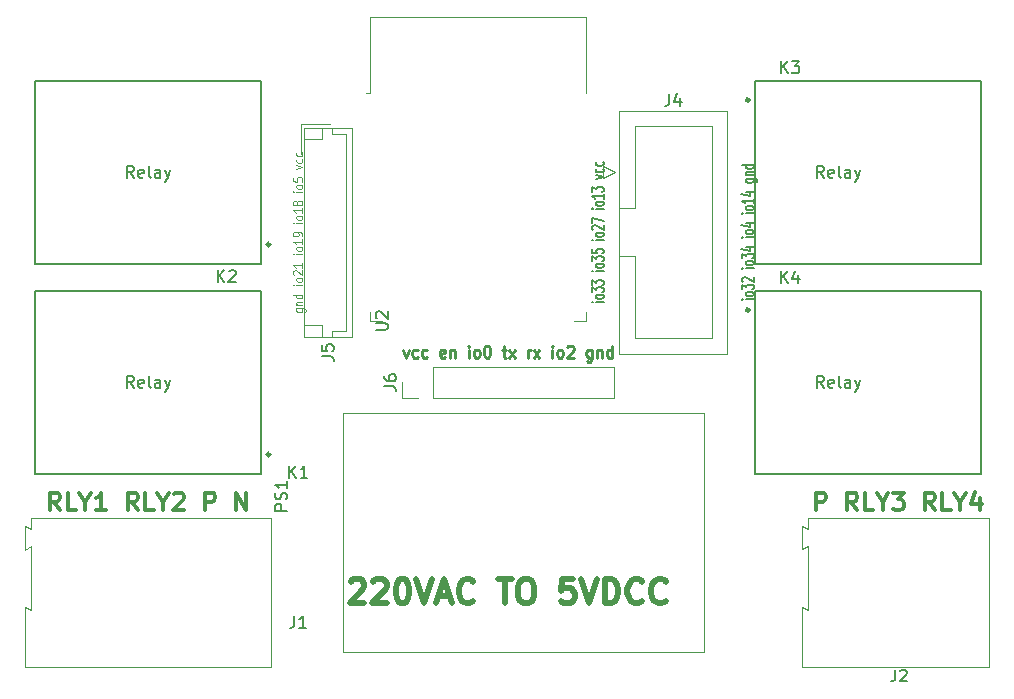
<source format=gbr>
%TF.GenerationSoftware,KiCad,Pcbnew,(6.0.4)*%
%TF.CreationDate,2022-04-18T16:03:53+05:30*%
%TF.ProjectId,esp32 switch,65737033-3220-4737-9769-7463682e6b69,rev?*%
%TF.SameCoordinates,Original*%
%TF.FileFunction,Legend,Top*%
%TF.FilePolarity,Positive*%
%FSLAX46Y46*%
G04 Gerber Fmt 4.6, Leading zero omitted, Abs format (unit mm)*
G04 Created by KiCad (PCBNEW (6.0.4)) date 2022-04-18 16:03:53*
%MOMM*%
%LPD*%
G01*
G04 APERTURE LIST*
%ADD10C,0.150000*%
%ADD11C,0.375000*%
%ADD12C,0.500000*%
%ADD13C,0.125000*%
%ADD14C,0.237500*%
%ADD15C,0.120000*%
%ADD16C,0.127000*%
%ADD17C,0.300000*%
G04 APERTURE END LIST*
D10*
X158805714Y-63952380D02*
X158472380Y-63476190D01*
X158234285Y-63952380D02*
X158234285Y-62952380D01*
X158615238Y-62952380D01*
X158710476Y-63000000D01*
X158758095Y-63047619D01*
X158805714Y-63142857D01*
X158805714Y-63285714D01*
X158758095Y-63380952D01*
X158710476Y-63428571D01*
X158615238Y-63476190D01*
X158234285Y-63476190D01*
X159615238Y-63904761D02*
X159520000Y-63952380D01*
X159329523Y-63952380D01*
X159234285Y-63904761D01*
X159186666Y-63809523D01*
X159186666Y-63428571D01*
X159234285Y-63333333D01*
X159329523Y-63285714D01*
X159520000Y-63285714D01*
X159615238Y-63333333D01*
X159662857Y-63428571D01*
X159662857Y-63523809D01*
X159186666Y-63619047D01*
X160234285Y-63952380D02*
X160139047Y-63904761D01*
X160091428Y-63809523D01*
X160091428Y-62952380D01*
X161043809Y-63952380D02*
X161043809Y-63428571D01*
X160996190Y-63333333D01*
X160900952Y-63285714D01*
X160710476Y-63285714D01*
X160615238Y-63333333D01*
X161043809Y-63904761D02*
X160948571Y-63952380D01*
X160710476Y-63952380D01*
X160615238Y-63904761D01*
X160567619Y-63809523D01*
X160567619Y-63714285D01*
X160615238Y-63619047D01*
X160710476Y-63571428D01*
X160948571Y-63571428D01*
X161043809Y-63523809D01*
X161424761Y-63285714D02*
X161662857Y-63952380D01*
X161900952Y-63285714D02*
X161662857Y-63952380D01*
X161567619Y-64190476D01*
X161520000Y-64238095D01*
X161424761Y-64285714D01*
X100385714Y-81732380D02*
X100052380Y-81256190D01*
X99814285Y-81732380D02*
X99814285Y-80732380D01*
X100195238Y-80732380D01*
X100290476Y-80780000D01*
X100338095Y-80827619D01*
X100385714Y-80922857D01*
X100385714Y-81065714D01*
X100338095Y-81160952D01*
X100290476Y-81208571D01*
X100195238Y-81256190D01*
X99814285Y-81256190D01*
X101195238Y-81684761D02*
X101100000Y-81732380D01*
X100909523Y-81732380D01*
X100814285Y-81684761D01*
X100766666Y-81589523D01*
X100766666Y-81208571D01*
X100814285Y-81113333D01*
X100909523Y-81065714D01*
X101100000Y-81065714D01*
X101195238Y-81113333D01*
X101242857Y-81208571D01*
X101242857Y-81303809D01*
X100766666Y-81399047D01*
X101814285Y-81732380D02*
X101719047Y-81684761D01*
X101671428Y-81589523D01*
X101671428Y-80732380D01*
X102623809Y-81732380D02*
X102623809Y-81208571D01*
X102576190Y-81113333D01*
X102480952Y-81065714D01*
X102290476Y-81065714D01*
X102195238Y-81113333D01*
X102623809Y-81684761D02*
X102528571Y-81732380D01*
X102290476Y-81732380D01*
X102195238Y-81684761D01*
X102147619Y-81589523D01*
X102147619Y-81494285D01*
X102195238Y-81399047D01*
X102290476Y-81351428D01*
X102528571Y-81351428D01*
X102623809Y-81303809D01*
X103004761Y-81065714D02*
X103242857Y-81732380D01*
X103480952Y-81065714D02*
X103242857Y-81732380D01*
X103147619Y-81970476D01*
X103100000Y-82018095D01*
X103004761Y-82065714D01*
X158805714Y-81732380D02*
X158472380Y-81256190D01*
X158234285Y-81732380D02*
X158234285Y-80732380D01*
X158615238Y-80732380D01*
X158710476Y-80780000D01*
X158758095Y-80827619D01*
X158805714Y-80922857D01*
X158805714Y-81065714D01*
X158758095Y-81160952D01*
X158710476Y-81208571D01*
X158615238Y-81256190D01*
X158234285Y-81256190D01*
X159615238Y-81684761D02*
X159520000Y-81732380D01*
X159329523Y-81732380D01*
X159234285Y-81684761D01*
X159186666Y-81589523D01*
X159186666Y-81208571D01*
X159234285Y-81113333D01*
X159329523Y-81065714D01*
X159520000Y-81065714D01*
X159615238Y-81113333D01*
X159662857Y-81208571D01*
X159662857Y-81303809D01*
X159186666Y-81399047D01*
X160234285Y-81732380D02*
X160139047Y-81684761D01*
X160091428Y-81589523D01*
X160091428Y-80732380D01*
X161043809Y-81732380D02*
X161043809Y-81208571D01*
X160996190Y-81113333D01*
X160900952Y-81065714D01*
X160710476Y-81065714D01*
X160615238Y-81113333D01*
X161043809Y-81684761D02*
X160948571Y-81732380D01*
X160710476Y-81732380D01*
X160615238Y-81684761D01*
X160567619Y-81589523D01*
X160567619Y-81494285D01*
X160615238Y-81399047D01*
X160710476Y-81351428D01*
X160948571Y-81351428D01*
X161043809Y-81303809D01*
X161424761Y-81065714D02*
X161662857Y-81732380D01*
X161900952Y-81065714D02*
X161662857Y-81732380D01*
X161567619Y-81970476D01*
X161520000Y-82018095D01*
X161424761Y-82065714D01*
D11*
X158135714Y-92118571D02*
X158135714Y-90618571D01*
X158707142Y-90618571D01*
X158850000Y-90690000D01*
X158921428Y-90761428D01*
X158992857Y-90904285D01*
X158992857Y-91118571D01*
X158921428Y-91261428D01*
X158850000Y-91332857D01*
X158707142Y-91404285D01*
X158135714Y-91404285D01*
X161635714Y-92118571D02*
X161135714Y-91404285D01*
X160778571Y-92118571D02*
X160778571Y-90618571D01*
X161350000Y-90618571D01*
X161492857Y-90690000D01*
X161564285Y-90761428D01*
X161635714Y-90904285D01*
X161635714Y-91118571D01*
X161564285Y-91261428D01*
X161492857Y-91332857D01*
X161350000Y-91404285D01*
X160778571Y-91404285D01*
X162992857Y-92118571D02*
X162278571Y-92118571D01*
X162278571Y-90618571D01*
X163778571Y-91404285D02*
X163778571Y-92118571D01*
X163278571Y-90618571D02*
X163778571Y-91404285D01*
X164278571Y-90618571D01*
X164635714Y-90618571D02*
X165564285Y-90618571D01*
X165064285Y-91190000D01*
X165278571Y-91190000D01*
X165421428Y-91261428D01*
X165492857Y-91332857D01*
X165564285Y-91475714D01*
X165564285Y-91832857D01*
X165492857Y-91975714D01*
X165421428Y-92047142D01*
X165278571Y-92118571D01*
X164850000Y-92118571D01*
X164707142Y-92047142D01*
X164635714Y-91975714D01*
X168207142Y-92118571D02*
X167707142Y-91404285D01*
X167350000Y-92118571D02*
X167350000Y-90618571D01*
X167921428Y-90618571D01*
X168064285Y-90690000D01*
X168135714Y-90761428D01*
X168207142Y-90904285D01*
X168207142Y-91118571D01*
X168135714Y-91261428D01*
X168064285Y-91332857D01*
X167921428Y-91404285D01*
X167350000Y-91404285D01*
X169564285Y-92118571D02*
X168850000Y-92118571D01*
X168850000Y-90618571D01*
X170350000Y-91404285D02*
X170350000Y-92118571D01*
X169850000Y-90618571D02*
X170350000Y-91404285D01*
X170850000Y-90618571D01*
X171992857Y-91118571D02*
X171992857Y-92118571D01*
X171635714Y-90547142D02*
X171278571Y-91618571D01*
X172207142Y-91618571D01*
D10*
X100385714Y-63952380D02*
X100052380Y-63476190D01*
X99814285Y-63952380D02*
X99814285Y-62952380D01*
X100195238Y-62952380D01*
X100290476Y-63000000D01*
X100338095Y-63047619D01*
X100385714Y-63142857D01*
X100385714Y-63285714D01*
X100338095Y-63380952D01*
X100290476Y-63428571D01*
X100195238Y-63476190D01*
X99814285Y-63476190D01*
X101195238Y-63904761D02*
X101100000Y-63952380D01*
X100909523Y-63952380D01*
X100814285Y-63904761D01*
X100766666Y-63809523D01*
X100766666Y-63428571D01*
X100814285Y-63333333D01*
X100909523Y-63285714D01*
X101100000Y-63285714D01*
X101195238Y-63333333D01*
X101242857Y-63428571D01*
X101242857Y-63523809D01*
X100766666Y-63619047D01*
X101814285Y-63952380D02*
X101719047Y-63904761D01*
X101671428Y-63809523D01*
X101671428Y-62952380D01*
X102623809Y-63952380D02*
X102623809Y-63428571D01*
X102576190Y-63333333D01*
X102480952Y-63285714D01*
X102290476Y-63285714D01*
X102195238Y-63333333D01*
X102623809Y-63904761D02*
X102528571Y-63952380D01*
X102290476Y-63952380D01*
X102195238Y-63904761D01*
X102147619Y-63809523D01*
X102147619Y-63714285D01*
X102195238Y-63619047D01*
X102290476Y-63571428D01*
X102528571Y-63571428D01*
X102623809Y-63523809D01*
X103004761Y-63285714D02*
X103242857Y-63952380D01*
X103480952Y-63285714D02*
X103242857Y-63952380D01*
X103147619Y-64190476D01*
X103100000Y-64238095D01*
X103004761Y-64285714D01*
D12*
X118746666Y-98155238D02*
X118841904Y-98060000D01*
X119032380Y-97964761D01*
X119508571Y-97964761D01*
X119699047Y-98060000D01*
X119794285Y-98155238D01*
X119889523Y-98345714D01*
X119889523Y-98536190D01*
X119794285Y-98821904D01*
X118651428Y-99964761D01*
X119889523Y-99964761D01*
X120651428Y-98155238D02*
X120746666Y-98060000D01*
X120937142Y-97964761D01*
X121413333Y-97964761D01*
X121603809Y-98060000D01*
X121699047Y-98155238D01*
X121794285Y-98345714D01*
X121794285Y-98536190D01*
X121699047Y-98821904D01*
X120556190Y-99964761D01*
X121794285Y-99964761D01*
X123032380Y-97964761D02*
X123222857Y-97964761D01*
X123413333Y-98060000D01*
X123508571Y-98155238D01*
X123603809Y-98345714D01*
X123699047Y-98726666D01*
X123699047Y-99202857D01*
X123603809Y-99583809D01*
X123508571Y-99774285D01*
X123413333Y-99869523D01*
X123222857Y-99964761D01*
X123032380Y-99964761D01*
X122841904Y-99869523D01*
X122746666Y-99774285D01*
X122651428Y-99583809D01*
X122556190Y-99202857D01*
X122556190Y-98726666D01*
X122651428Y-98345714D01*
X122746666Y-98155238D01*
X122841904Y-98060000D01*
X123032380Y-97964761D01*
X124270476Y-97964761D02*
X124937142Y-99964761D01*
X125603809Y-97964761D01*
X126175238Y-99393333D02*
X127127619Y-99393333D01*
X125984761Y-99964761D02*
X126651428Y-97964761D01*
X127318095Y-99964761D01*
X129127619Y-99774285D02*
X129032380Y-99869523D01*
X128746666Y-99964761D01*
X128556190Y-99964761D01*
X128270476Y-99869523D01*
X128080000Y-99679047D01*
X127984761Y-99488571D01*
X127889523Y-99107619D01*
X127889523Y-98821904D01*
X127984761Y-98440952D01*
X128080000Y-98250476D01*
X128270476Y-98060000D01*
X128556190Y-97964761D01*
X128746666Y-97964761D01*
X129032380Y-98060000D01*
X129127619Y-98155238D01*
X131222857Y-97964761D02*
X132365714Y-97964761D01*
X131794285Y-99964761D02*
X131794285Y-97964761D01*
X133413333Y-97964761D02*
X133794285Y-97964761D01*
X133984761Y-98060000D01*
X134175238Y-98250476D01*
X134270476Y-98631428D01*
X134270476Y-99298095D01*
X134175238Y-99679047D01*
X133984761Y-99869523D01*
X133794285Y-99964761D01*
X133413333Y-99964761D01*
X133222857Y-99869523D01*
X133032380Y-99679047D01*
X132937142Y-99298095D01*
X132937142Y-98631428D01*
X133032380Y-98250476D01*
X133222857Y-98060000D01*
X133413333Y-97964761D01*
X137603809Y-97964761D02*
X136651428Y-97964761D01*
X136556190Y-98917142D01*
X136651428Y-98821904D01*
X136841904Y-98726666D01*
X137318095Y-98726666D01*
X137508571Y-98821904D01*
X137603809Y-98917142D01*
X137699047Y-99107619D01*
X137699047Y-99583809D01*
X137603809Y-99774285D01*
X137508571Y-99869523D01*
X137318095Y-99964761D01*
X136841904Y-99964761D01*
X136651428Y-99869523D01*
X136556190Y-99774285D01*
X138270476Y-97964761D02*
X138937142Y-99964761D01*
X139603809Y-97964761D01*
X140270476Y-99964761D02*
X140270476Y-97964761D01*
X140746666Y-97964761D01*
X141032380Y-98060000D01*
X141222857Y-98250476D01*
X141318095Y-98440952D01*
X141413333Y-98821904D01*
X141413333Y-99107619D01*
X141318095Y-99488571D01*
X141222857Y-99679047D01*
X141032380Y-99869523D01*
X140746666Y-99964761D01*
X140270476Y-99964761D01*
X143413333Y-99774285D02*
X143318095Y-99869523D01*
X143032380Y-99964761D01*
X142841904Y-99964761D01*
X142556190Y-99869523D01*
X142365714Y-99679047D01*
X142270476Y-99488571D01*
X142175238Y-99107619D01*
X142175238Y-98821904D01*
X142270476Y-98440952D01*
X142365714Y-98250476D01*
X142556190Y-98060000D01*
X142841904Y-97964761D01*
X143032380Y-97964761D01*
X143318095Y-98060000D01*
X143413333Y-98155238D01*
X145413333Y-99774285D02*
X145318095Y-99869523D01*
X145032380Y-99964761D01*
X144841904Y-99964761D01*
X144556190Y-99869523D01*
X144365714Y-99679047D01*
X144270476Y-99488571D01*
X144175238Y-99107619D01*
X144175238Y-98821904D01*
X144270476Y-98440952D01*
X144365714Y-98250476D01*
X144556190Y-98060000D01*
X144841904Y-97964761D01*
X145032380Y-97964761D01*
X145318095Y-98060000D01*
X145413333Y-98155238D01*
D10*
X140152380Y-74491904D02*
X139485714Y-74491904D01*
X139152380Y-74491904D02*
X139200000Y-74522857D01*
X139247619Y-74491904D01*
X139200000Y-74460952D01*
X139152380Y-74491904D01*
X139247619Y-74491904D01*
X140152380Y-74089523D02*
X140104761Y-74151428D01*
X140057142Y-74182380D01*
X139961904Y-74213333D01*
X139676190Y-74213333D01*
X139580952Y-74182380D01*
X139533333Y-74151428D01*
X139485714Y-74089523D01*
X139485714Y-73996666D01*
X139533333Y-73934761D01*
X139580952Y-73903809D01*
X139676190Y-73872857D01*
X139961904Y-73872857D01*
X140057142Y-73903809D01*
X140104761Y-73934761D01*
X140152380Y-73996666D01*
X140152380Y-74089523D01*
X139152380Y-73656190D02*
X139152380Y-73253809D01*
X139533333Y-73470476D01*
X139533333Y-73377619D01*
X139580952Y-73315714D01*
X139628571Y-73284761D01*
X139723809Y-73253809D01*
X139961904Y-73253809D01*
X140057142Y-73284761D01*
X140104761Y-73315714D01*
X140152380Y-73377619D01*
X140152380Y-73563333D01*
X140104761Y-73625238D01*
X140057142Y-73656190D01*
X139152380Y-73037142D02*
X139152380Y-72634761D01*
X139533333Y-72851428D01*
X139533333Y-72758571D01*
X139580952Y-72696666D01*
X139628571Y-72665714D01*
X139723809Y-72634761D01*
X139961904Y-72634761D01*
X140057142Y-72665714D01*
X140104761Y-72696666D01*
X140152380Y-72758571D01*
X140152380Y-72944285D01*
X140104761Y-73006190D01*
X140057142Y-73037142D01*
X140152380Y-71860952D02*
X139485714Y-71860952D01*
X139152380Y-71860952D02*
X139200000Y-71891904D01*
X139247619Y-71860952D01*
X139200000Y-71830000D01*
X139152380Y-71860952D01*
X139247619Y-71860952D01*
X140152380Y-71458571D02*
X140104761Y-71520476D01*
X140057142Y-71551428D01*
X139961904Y-71582380D01*
X139676190Y-71582380D01*
X139580952Y-71551428D01*
X139533333Y-71520476D01*
X139485714Y-71458571D01*
X139485714Y-71365714D01*
X139533333Y-71303809D01*
X139580952Y-71272857D01*
X139676190Y-71241904D01*
X139961904Y-71241904D01*
X140057142Y-71272857D01*
X140104761Y-71303809D01*
X140152380Y-71365714D01*
X140152380Y-71458571D01*
X139152380Y-71025238D02*
X139152380Y-70622857D01*
X139533333Y-70839523D01*
X139533333Y-70746666D01*
X139580952Y-70684761D01*
X139628571Y-70653809D01*
X139723809Y-70622857D01*
X139961904Y-70622857D01*
X140057142Y-70653809D01*
X140104761Y-70684761D01*
X140152380Y-70746666D01*
X140152380Y-70932380D01*
X140104761Y-70994285D01*
X140057142Y-71025238D01*
X139152380Y-70034761D02*
X139152380Y-70344285D01*
X139628571Y-70375238D01*
X139580952Y-70344285D01*
X139533333Y-70282380D01*
X139533333Y-70127619D01*
X139580952Y-70065714D01*
X139628571Y-70034761D01*
X139723809Y-70003809D01*
X139961904Y-70003809D01*
X140057142Y-70034761D01*
X140104761Y-70065714D01*
X140152380Y-70127619D01*
X140152380Y-70282380D01*
X140104761Y-70344285D01*
X140057142Y-70375238D01*
X140152380Y-69230000D02*
X139485714Y-69230000D01*
X139152380Y-69230000D02*
X139200000Y-69260952D01*
X139247619Y-69230000D01*
X139200000Y-69199047D01*
X139152380Y-69230000D01*
X139247619Y-69230000D01*
X140152380Y-68827619D02*
X140104761Y-68889523D01*
X140057142Y-68920476D01*
X139961904Y-68951428D01*
X139676190Y-68951428D01*
X139580952Y-68920476D01*
X139533333Y-68889523D01*
X139485714Y-68827619D01*
X139485714Y-68734761D01*
X139533333Y-68672857D01*
X139580952Y-68641904D01*
X139676190Y-68610952D01*
X139961904Y-68610952D01*
X140057142Y-68641904D01*
X140104761Y-68672857D01*
X140152380Y-68734761D01*
X140152380Y-68827619D01*
X139247619Y-68363333D02*
X139200000Y-68332380D01*
X139152380Y-68270476D01*
X139152380Y-68115714D01*
X139200000Y-68053809D01*
X139247619Y-68022857D01*
X139342857Y-67991904D01*
X139438095Y-67991904D01*
X139580952Y-68022857D01*
X140152380Y-68394285D01*
X140152380Y-67991904D01*
X139152380Y-67775238D02*
X139152380Y-67341904D01*
X140152380Y-67620476D01*
X140152380Y-66599047D02*
X139485714Y-66599047D01*
X139152380Y-66599047D02*
X139200000Y-66630000D01*
X139247619Y-66599047D01*
X139200000Y-66568095D01*
X139152380Y-66599047D01*
X139247619Y-66599047D01*
X140152380Y-66196666D02*
X140104761Y-66258571D01*
X140057142Y-66289523D01*
X139961904Y-66320476D01*
X139676190Y-66320476D01*
X139580952Y-66289523D01*
X139533333Y-66258571D01*
X139485714Y-66196666D01*
X139485714Y-66103809D01*
X139533333Y-66041904D01*
X139580952Y-66010952D01*
X139676190Y-65980000D01*
X139961904Y-65980000D01*
X140057142Y-66010952D01*
X140104761Y-66041904D01*
X140152380Y-66103809D01*
X140152380Y-66196666D01*
X140152380Y-65360952D02*
X140152380Y-65732380D01*
X140152380Y-65546666D02*
X139152380Y-65546666D01*
X139295238Y-65608571D01*
X139390476Y-65670476D01*
X139438095Y-65732380D01*
X139152380Y-65144285D02*
X139152380Y-64741904D01*
X139533333Y-64958571D01*
X139533333Y-64865714D01*
X139580952Y-64803809D01*
X139628571Y-64772857D01*
X139723809Y-64741904D01*
X139961904Y-64741904D01*
X140057142Y-64772857D01*
X140104761Y-64803809D01*
X140152380Y-64865714D01*
X140152380Y-65051428D01*
X140104761Y-65113333D01*
X140057142Y-65144285D01*
X139485714Y-64030000D02*
X140152380Y-63875238D01*
X139485714Y-63720476D01*
X140104761Y-63194285D02*
X140152380Y-63256190D01*
X140152380Y-63380000D01*
X140104761Y-63441904D01*
X140057142Y-63472857D01*
X139961904Y-63503809D01*
X139676190Y-63503809D01*
X139580952Y-63472857D01*
X139533333Y-63441904D01*
X139485714Y-63380000D01*
X139485714Y-63256190D01*
X139533333Y-63194285D01*
X140104761Y-62637142D02*
X140152380Y-62699047D01*
X140152380Y-62822857D01*
X140104761Y-62884761D01*
X140057142Y-62915714D01*
X139961904Y-62946666D01*
X139676190Y-62946666D01*
X139580952Y-62915714D01*
X139533333Y-62884761D01*
X139485714Y-62822857D01*
X139485714Y-62699047D01*
X139533333Y-62637142D01*
X152852380Y-74259761D02*
X152185714Y-74259761D01*
X151852380Y-74259761D02*
X151900000Y-74290714D01*
X151947619Y-74259761D01*
X151900000Y-74228809D01*
X151852380Y-74259761D01*
X151947619Y-74259761D01*
X152852380Y-73857380D02*
X152804761Y-73919285D01*
X152757142Y-73950238D01*
X152661904Y-73981190D01*
X152376190Y-73981190D01*
X152280952Y-73950238D01*
X152233333Y-73919285D01*
X152185714Y-73857380D01*
X152185714Y-73764523D01*
X152233333Y-73702619D01*
X152280952Y-73671666D01*
X152376190Y-73640714D01*
X152661904Y-73640714D01*
X152757142Y-73671666D01*
X152804761Y-73702619D01*
X152852380Y-73764523D01*
X152852380Y-73857380D01*
X151852380Y-73424047D02*
X151852380Y-73021666D01*
X152233333Y-73238333D01*
X152233333Y-73145476D01*
X152280952Y-73083571D01*
X152328571Y-73052619D01*
X152423809Y-73021666D01*
X152661904Y-73021666D01*
X152757142Y-73052619D01*
X152804761Y-73083571D01*
X152852380Y-73145476D01*
X152852380Y-73331190D01*
X152804761Y-73393095D01*
X152757142Y-73424047D01*
X151947619Y-72774047D02*
X151900000Y-72743095D01*
X151852380Y-72681190D01*
X151852380Y-72526428D01*
X151900000Y-72464523D01*
X151947619Y-72433571D01*
X152042857Y-72402619D01*
X152138095Y-72402619D01*
X152280952Y-72433571D01*
X152852380Y-72805000D01*
X152852380Y-72402619D01*
X152852380Y-71628809D02*
X152185714Y-71628809D01*
X151852380Y-71628809D02*
X151900000Y-71659761D01*
X151947619Y-71628809D01*
X151900000Y-71597857D01*
X151852380Y-71628809D01*
X151947619Y-71628809D01*
X152852380Y-71226428D02*
X152804761Y-71288333D01*
X152757142Y-71319285D01*
X152661904Y-71350238D01*
X152376190Y-71350238D01*
X152280952Y-71319285D01*
X152233333Y-71288333D01*
X152185714Y-71226428D01*
X152185714Y-71133571D01*
X152233333Y-71071666D01*
X152280952Y-71040714D01*
X152376190Y-71009761D01*
X152661904Y-71009761D01*
X152757142Y-71040714D01*
X152804761Y-71071666D01*
X152852380Y-71133571D01*
X152852380Y-71226428D01*
X151852380Y-70793095D02*
X151852380Y-70390714D01*
X152233333Y-70607380D01*
X152233333Y-70514523D01*
X152280952Y-70452619D01*
X152328571Y-70421666D01*
X152423809Y-70390714D01*
X152661904Y-70390714D01*
X152757142Y-70421666D01*
X152804761Y-70452619D01*
X152852380Y-70514523D01*
X152852380Y-70700238D01*
X152804761Y-70762142D01*
X152757142Y-70793095D01*
X152185714Y-69833571D02*
X152852380Y-69833571D01*
X151804761Y-69988333D02*
X152519047Y-70143095D01*
X152519047Y-69740714D01*
X152852380Y-68997857D02*
X152185714Y-68997857D01*
X151852380Y-68997857D02*
X151900000Y-69028809D01*
X151947619Y-68997857D01*
X151900000Y-68966904D01*
X151852380Y-68997857D01*
X151947619Y-68997857D01*
X152852380Y-68595476D02*
X152804761Y-68657380D01*
X152757142Y-68688333D01*
X152661904Y-68719285D01*
X152376190Y-68719285D01*
X152280952Y-68688333D01*
X152233333Y-68657380D01*
X152185714Y-68595476D01*
X152185714Y-68502619D01*
X152233333Y-68440714D01*
X152280952Y-68409761D01*
X152376190Y-68378809D01*
X152661904Y-68378809D01*
X152757142Y-68409761D01*
X152804761Y-68440714D01*
X152852380Y-68502619D01*
X152852380Y-68595476D01*
X152185714Y-67821666D02*
X152852380Y-67821666D01*
X151804761Y-67976428D02*
X152519047Y-68131190D01*
X152519047Y-67728809D01*
X152852380Y-66985952D02*
X152185714Y-66985952D01*
X151852380Y-66985952D02*
X151900000Y-67016904D01*
X151947619Y-66985952D01*
X151900000Y-66955000D01*
X151852380Y-66985952D01*
X151947619Y-66985952D01*
X152852380Y-66583571D02*
X152804761Y-66645476D01*
X152757142Y-66676428D01*
X152661904Y-66707380D01*
X152376190Y-66707380D01*
X152280952Y-66676428D01*
X152233333Y-66645476D01*
X152185714Y-66583571D01*
X152185714Y-66490714D01*
X152233333Y-66428809D01*
X152280952Y-66397857D01*
X152376190Y-66366904D01*
X152661904Y-66366904D01*
X152757142Y-66397857D01*
X152804761Y-66428809D01*
X152852380Y-66490714D01*
X152852380Y-66583571D01*
X152852380Y-65747857D02*
X152852380Y-66119285D01*
X152852380Y-65933571D02*
X151852380Y-65933571D01*
X151995238Y-65995476D01*
X152090476Y-66057380D01*
X152138095Y-66119285D01*
X152185714Y-65190714D02*
X152852380Y-65190714D01*
X151804761Y-65345476D02*
X152519047Y-65500238D01*
X152519047Y-65097857D01*
X152185714Y-64076428D02*
X152995238Y-64076428D01*
X153090476Y-64107380D01*
X153138095Y-64138333D01*
X153185714Y-64200238D01*
X153185714Y-64293095D01*
X153138095Y-64355000D01*
X152804761Y-64076428D02*
X152852380Y-64138333D01*
X152852380Y-64262142D01*
X152804761Y-64324047D01*
X152757142Y-64355000D01*
X152661904Y-64385952D01*
X152376190Y-64385952D01*
X152280952Y-64355000D01*
X152233333Y-64324047D01*
X152185714Y-64262142D01*
X152185714Y-64138333D01*
X152233333Y-64076428D01*
X152185714Y-63766904D02*
X152852380Y-63766904D01*
X152280952Y-63766904D02*
X152233333Y-63735952D01*
X152185714Y-63674047D01*
X152185714Y-63581190D01*
X152233333Y-63519285D01*
X152328571Y-63488333D01*
X152852380Y-63488333D01*
X152852380Y-62900238D02*
X151852380Y-62900238D01*
X152804761Y-62900238D02*
X152852380Y-62962142D01*
X152852380Y-63085952D01*
X152804761Y-63147857D01*
X152757142Y-63178809D01*
X152661904Y-63209761D01*
X152376190Y-63209761D01*
X152280952Y-63178809D01*
X152233333Y-63147857D01*
X152185714Y-63085952D01*
X152185714Y-62962142D01*
X152233333Y-62900238D01*
D13*
X114128571Y-75033571D02*
X114776190Y-75033571D01*
X114852380Y-75064523D01*
X114890476Y-75095476D01*
X114928571Y-75157380D01*
X114928571Y-75250238D01*
X114890476Y-75312142D01*
X114623809Y-75033571D02*
X114661904Y-75095476D01*
X114661904Y-75219285D01*
X114623809Y-75281190D01*
X114585714Y-75312142D01*
X114509523Y-75343095D01*
X114280952Y-75343095D01*
X114204761Y-75312142D01*
X114166666Y-75281190D01*
X114128571Y-75219285D01*
X114128571Y-75095476D01*
X114166666Y-75033571D01*
X114128571Y-74724047D02*
X114661904Y-74724047D01*
X114204761Y-74724047D02*
X114166666Y-74693095D01*
X114128571Y-74631190D01*
X114128571Y-74538333D01*
X114166666Y-74476428D01*
X114242857Y-74445476D01*
X114661904Y-74445476D01*
X114661904Y-73857380D02*
X113861904Y-73857380D01*
X114623809Y-73857380D02*
X114661904Y-73919285D01*
X114661904Y-74043095D01*
X114623809Y-74105000D01*
X114585714Y-74135952D01*
X114509523Y-74166904D01*
X114280952Y-74166904D01*
X114204761Y-74135952D01*
X114166666Y-74105000D01*
X114128571Y-74043095D01*
X114128571Y-73919285D01*
X114166666Y-73857380D01*
X114661904Y-73052619D02*
X114128571Y-73052619D01*
X113861904Y-73052619D02*
X113900000Y-73083571D01*
X113938095Y-73052619D01*
X113900000Y-73021666D01*
X113861904Y-73052619D01*
X113938095Y-73052619D01*
X114661904Y-72650238D02*
X114623809Y-72712142D01*
X114585714Y-72743095D01*
X114509523Y-72774047D01*
X114280952Y-72774047D01*
X114204761Y-72743095D01*
X114166666Y-72712142D01*
X114128571Y-72650238D01*
X114128571Y-72557380D01*
X114166666Y-72495476D01*
X114204761Y-72464523D01*
X114280952Y-72433571D01*
X114509523Y-72433571D01*
X114585714Y-72464523D01*
X114623809Y-72495476D01*
X114661904Y-72557380D01*
X114661904Y-72650238D01*
X113938095Y-72185952D02*
X113900000Y-72155000D01*
X113861904Y-72093095D01*
X113861904Y-71938333D01*
X113900000Y-71876428D01*
X113938095Y-71845476D01*
X114014285Y-71814523D01*
X114090476Y-71814523D01*
X114204761Y-71845476D01*
X114661904Y-72216904D01*
X114661904Y-71814523D01*
X114661904Y-71195476D02*
X114661904Y-71566904D01*
X114661904Y-71381190D02*
X113861904Y-71381190D01*
X113976190Y-71443095D01*
X114052380Y-71505000D01*
X114090476Y-71566904D01*
X114661904Y-70421666D02*
X114128571Y-70421666D01*
X113861904Y-70421666D02*
X113900000Y-70452619D01*
X113938095Y-70421666D01*
X113900000Y-70390714D01*
X113861904Y-70421666D01*
X113938095Y-70421666D01*
X114661904Y-70019285D02*
X114623809Y-70081190D01*
X114585714Y-70112142D01*
X114509523Y-70143095D01*
X114280952Y-70143095D01*
X114204761Y-70112142D01*
X114166666Y-70081190D01*
X114128571Y-70019285D01*
X114128571Y-69926428D01*
X114166666Y-69864523D01*
X114204761Y-69833571D01*
X114280952Y-69802619D01*
X114509523Y-69802619D01*
X114585714Y-69833571D01*
X114623809Y-69864523D01*
X114661904Y-69926428D01*
X114661904Y-70019285D01*
X114661904Y-69183571D02*
X114661904Y-69555000D01*
X114661904Y-69369285D02*
X113861904Y-69369285D01*
X113976190Y-69431190D01*
X114052380Y-69493095D01*
X114090476Y-69555000D01*
X114661904Y-68874047D02*
X114661904Y-68750238D01*
X114623809Y-68688333D01*
X114585714Y-68657380D01*
X114471428Y-68595476D01*
X114319047Y-68564523D01*
X114014285Y-68564523D01*
X113938095Y-68595476D01*
X113900000Y-68626428D01*
X113861904Y-68688333D01*
X113861904Y-68812142D01*
X113900000Y-68874047D01*
X113938095Y-68905000D01*
X114014285Y-68935952D01*
X114204761Y-68935952D01*
X114280952Y-68905000D01*
X114319047Y-68874047D01*
X114357142Y-68812142D01*
X114357142Y-68688333D01*
X114319047Y-68626428D01*
X114280952Y-68595476D01*
X114204761Y-68564523D01*
X114661904Y-67790714D02*
X114128571Y-67790714D01*
X113861904Y-67790714D02*
X113900000Y-67821666D01*
X113938095Y-67790714D01*
X113900000Y-67759761D01*
X113861904Y-67790714D01*
X113938095Y-67790714D01*
X114661904Y-67388333D02*
X114623809Y-67450238D01*
X114585714Y-67481190D01*
X114509523Y-67512142D01*
X114280952Y-67512142D01*
X114204761Y-67481190D01*
X114166666Y-67450238D01*
X114128571Y-67388333D01*
X114128571Y-67295476D01*
X114166666Y-67233571D01*
X114204761Y-67202619D01*
X114280952Y-67171666D01*
X114509523Y-67171666D01*
X114585714Y-67202619D01*
X114623809Y-67233571D01*
X114661904Y-67295476D01*
X114661904Y-67388333D01*
X114661904Y-66552619D02*
X114661904Y-66924047D01*
X114661904Y-66738333D02*
X113861904Y-66738333D01*
X113976190Y-66800238D01*
X114052380Y-66862142D01*
X114090476Y-66924047D01*
X114204761Y-66181190D02*
X114166666Y-66243095D01*
X114128571Y-66274047D01*
X114052380Y-66305000D01*
X114014285Y-66305000D01*
X113938095Y-66274047D01*
X113900000Y-66243095D01*
X113861904Y-66181190D01*
X113861904Y-66057380D01*
X113900000Y-65995476D01*
X113938095Y-65964523D01*
X114014285Y-65933571D01*
X114052380Y-65933571D01*
X114128571Y-65964523D01*
X114166666Y-65995476D01*
X114204761Y-66057380D01*
X114204761Y-66181190D01*
X114242857Y-66243095D01*
X114280952Y-66274047D01*
X114357142Y-66305000D01*
X114509523Y-66305000D01*
X114585714Y-66274047D01*
X114623809Y-66243095D01*
X114661904Y-66181190D01*
X114661904Y-66057380D01*
X114623809Y-65995476D01*
X114585714Y-65964523D01*
X114509523Y-65933571D01*
X114357142Y-65933571D01*
X114280952Y-65964523D01*
X114242857Y-65995476D01*
X114204761Y-66057380D01*
X114661904Y-65159761D02*
X114128571Y-65159761D01*
X113861904Y-65159761D02*
X113900000Y-65190714D01*
X113938095Y-65159761D01*
X113900000Y-65128809D01*
X113861904Y-65159761D01*
X113938095Y-65159761D01*
X114661904Y-64757380D02*
X114623809Y-64819285D01*
X114585714Y-64850238D01*
X114509523Y-64881190D01*
X114280952Y-64881190D01*
X114204761Y-64850238D01*
X114166666Y-64819285D01*
X114128571Y-64757380D01*
X114128571Y-64664523D01*
X114166666Y-64602619D01*
X114204761Y-64571666D01*
X114280952Y-64540714D01*
X114509523Y-64540714D01*
X114585714Y-64571666D01*
X114623809Y-64602619D01*
X114661904Y-64664523D01*
X114661904Y-64757380D01*
X113861904Y-63952619D02*
X113861904Y-64262142D01*
X114242857Y-64293095D01*
X114204761Y-64262142D01*
X114166666Y-64200238D01*
X114166666Y-64045476D01*
X114204761Y-63983571D01*
X114242857Y-63952619D01*
X114319047Y-63921666D01*
X114509523Y-63921666D01*
X114585714Y-63952619D01*
X114623809Y-63983571D01*
X114661904Y-64045476D01*
X114661904Y-64200238D01*
X114623809Y-64262142D01*
X114585714Y-64293095D01*
X114128571Y-63209761D02*
X114661904Y-63055000D01*
X114128571Y-62900238D01*
X114623809Y-62374047D02*
X114661904Y-62435952D01*
X114661904Y-62559761D01*
X114623809Y-62621666D01*
X114585714Y-62652619D01*
X114509523Y-62683571D01*
X114280952Y-62683571D01*
X114204761Y-62652619D01*
X114166666Y-62621666D01*
X114128571Y-62559761D01*
X114128571Y-62435952D01*
X114166666Y-62374047D01*
X114623809Y-61816904D02*
X114661904Y-61878809D01*
X114661904Y-62002619D01*
X114623809Y-62064523D01*
X114585714Y-62095476D01*
X114509523Y-62126428D01*
X114280952Y-62126428D01*
X114204761Y-62095476D01*
X114166666Y-62064523D01*
X114128571Y-62002619D01*
X114128571Y-61878809D01*
X114166666Y-61816904D01*
D14*
X123190714Y-78525714D02*
X123416904Y-79192380D01*
X123643095Y-78525714D01*
X124412142Y-79144761D02*
X124321666Y-79192380D01*
X124140714Y-79192380D01*
X124050238Y-79144761D01*
X124005000Y-79097142D01*
X123959761Y-79001904D01*
X123959761Y-78716190D01*
X124005000Y-78620952D01*
X124050238Y-78573333D01*
X124140714Y-78525714D01*
X124321666Y-78525714D01*
X124412142Y-78573333D01*
X125226428Y-79144761D02*
X125135952Y-79192380D01*
X124955000Y-79192380D01*
X124864523Y-79144761D01*
X124819285Y-79097142D01*
X124774047Y-79001904D01*
X124774047Y-78716190D01*
X124819285Y-78620952D01*
X124864523Y-78573333D01*
X124955000Y-78525714D01*
X125135952Y-78525714D01*
X125226428Y-78573333D01*
X126719285Y-79144761D02*
X126628809Y-79192380D01*
X126447857Y-79192380D01*
X126357380Y-79144761D01*
X126312142Y-79049523D01*
X126312142Y-78668571D01*
X126357380Y-78573333D01*
X126447857Y-78525714D01*
X126628809Y-78525714D01*
X126719285Y-78573333D01*
X126764523Y-78668571D01*
X126764523Y-78763809D01*
X126312142Y-78859047D01*
X127171666Y-78525714D02*
X127171666Y-79192380D01*
X127171666Y-78620952D02*
X127216904Y-78573333D01*
X127307380Y-78525714D01*
X127443095Y-78525714D01*
X127533571Y-78573333D01*
X127578809Y-78668571D01*
X127578809Y-79192380D01*
X128755000Y-79192380D02*
X128755000Y-78525714D01*
X128755000Y-78192380D02*
X128709761Y-78240000D01*
X128755000Y-78287619D01*
X128800238Y-78240000D01*
X128755000Y-78192380D01*
X128755000Y-78287619D01*
X129343095Y-79192380D02*
X129252619Y-79144761D01*
X129207380Y-79097142D01*
X129162142Y-79001904D01*
X129162142Y-78716190D01*
X129207380Y-78620952D01*
X129252619Y-78573333D01*
X129343095Y-78525714D01*
X129478809Y-78525714D01*
X129569285Y-78573333D01*
X129614523Y-78620952D01*
X129659761Y-78716190D01*
X129659761Y-79001904D01*
X129614523Y-79097142D01*
X129569285Y-79144761D01*
X129478809Y-79192380D01*
X129343095Y-79192380D01*
X130247857Y-78192380D02*
X130338333Y-78192380D01*
X130428809Y-78240000D01*
X130474047Y-78287619D01*
X130519285Y-78382857D01*
X130564523Y-78573333D01*
X130564523Y-78811428D01*
X130519285Y-79001904D01*
X130474047Y-79097142D01*
X130428809Y-79144761D01*
X130338333Y-79192380D01*
X130247857Y-79192380D01*
X130157380Y-79144761D01*
X130112142Y-79097142D01*
X130066904Y-79001904D01*
X130021666Y-78811428D01*
X130021666Y-78573333D01*
X130066904Y-78382857D01*
X130112142Y-78287619D01*
X130157380Y-78240000D01*
X130247857Y-78192380D01*
X131559761Y-78525714D02*
X131921666Y-78525714D01*
X131695476Y-78192380D02*
X131695476Y-79049523D01*
X131740714Y-79144761D01*
X131831190Y-79192380D01*
X131921666Y-79192380D01*
X132147857Y-79192380D02*
X132645476Y-78525714D01*
X132147857Y-78525714D02*
X132645476Y-79192380D01*
X133731190Y-79192380D02*
X133731190Y-78525714D01*
X133731190Y-78716190D02*
X133776428Y-78620952D01*
X133821666Y-78573333D01*
X133912142Y-78525714D01*
X134002619Y-78525714D01*
X134228809Y-79192380D02*
X134726428Y-78525714D01*
X134228809Y-78525714D02*
X134726428Y-79192380D01*
X135812142Y-79192380D02*
X135812142Y-78525714D01*
X135812142Y-78192380D02*
X135766904Y-78240000D01*
X135812142Y-78287619D01*
X135857380Y-78240000D01*
X135812142Y-78192380D01*
X135812142Y-78287619D01*
X136400238Y-79192380D02*
X136309761Y-79144761D01*
X136264523Y-79097142D01*
X136219285Y-79001904D01*
X136219285Y-78716190D01*
X136264523Y-78620952D01*
X136309761Y-78573333D01*
X136400238Y-78525714D01*
X136535952Y-78525714D01*
X136626428Y-78573333D01*
X136671666Y-78620952D01*
X136716904Y-78716190D01*
X136716904Y-79001904D01*
X136671666Y-79097142D01*
X136626428Y-79144761D01*
X136535952Y-79192380D01*
X136400238Y-79192380D01*
X137078809Y-78287619D02*
X137124047Y-78240000D01*
X137214523Y-78192380D01*
X137440714Y-78192380D01*
X137531190Y-78240000D01*
X137576428Y-78287619D01*
X137621666Y-78382857D01*
X137621666Y-78478095D01*
X137576428Y-78620952D01*
X137033571Y-79192380D01*
X137621666Y-79192380D01*
X139159761Y-78525714D02*
X139159761Y-79335238D01*
X139114523Y-79430476D01*
X139069285Y-79478095D01*
X138978809Y-79525714D01*
X138843095Y-79525714D01*
X138752619Y-79478095D01*
X139159761Y-79144761D02*
X139069285Y-79192380D01*
X138888333Y-79192380D01*
X138797857Y-79144761D01*
X138752619Y-79097142D01*
X138707380Y-79001904D01*
X138707380Y-78716190D01*
X138752619Y-78620952D01*
X138797857Y-78573333D01*
X138888333Y-78525714D01*
X139069285Y-78525714D01*
X139159761Y-78573333D01*
X139612142Y-78525714D02*
X139612142Y-79192380D01*
X139612142Y-78620952D02*
X139657380Y-78573333D01*
X139747857Y-78525714D01*
X139883571Y-78525714D01*
X139974047Y-78573333D01*
X140019285Y-78668571D01*
X140019285Y-79192380D01*
X140878809Y-79192380D02*
X140878809Y-78192380D01*
X140878809Y-79144761D02*
X140788333Y-79192380D01*
X140607380Y-79192380D01*
X140516904Y-79144761D01*
X140471666Y-79097142D01*
X140426428Y-79001904D01*
X140426428Y-78716190D01*
X140471666Y-78620952D01*
X140516904Y-78573333D01*
X140607380Y-78525714D01*
X140788333Y-78525714D01*
X140878809Y-78573333D01*
D11*
X94135714Y-92118571D02*
X93635714Y-91404285D01*
X93278571Y-92118571D02*
X93278571Y-90618571D01*
X93850000Y-90618571D01*
X93992857Y-90690000D01*
X94064285Y-90761428D01*
X94135714Y-90904285D01*
X94135714Y-91118571D01*
X94064285Y-91261428D01*
X93992857Y-91332857D01*
X93850000Y-91404285D01*
X93278571Y-91404285D01*
X95492857Y-92118571D02*
X94778571Y-92118571D01*
X94778571Y-90618571D01*
X96278571Y-91404285D02*
X96278571Y-92118571D01*
X95778571Y-90618571D02*
X96278571Y-91404285D01*
X96778571Y-90618571D01*
X98064285Y-92118571D02*
X97207142Y-92118571D01*
X97635714Y-92118571D02*
X97635714Y-90618571D01*
X97492857Y-90832857D01*
X97350000Y-90975714D01*
X97207142Y-91047142D01*
X100707142Y-92118571D02*
X100207142Y-91404285D01*
X99850000Y-92118571D02*
X99850000Y-90618571D01*
X100421428Y-90618571D01*
X100564285Y-90690000D01*
X100635714Y-90761428D01*
X100707142Y-90904285D01*
X100707142Y-91118571D01*
X100635714Y-91261428D01*
X100564285Y-91332857D01*
X100421428Y-91404285D01*
X99850000Y-91404285D01*
X102064285Y-92118571D02*
X101350000Y-92118571D01*
X101350000Y-90618571D01*
X102850000Y-91404285D02*
X102850000Y-92118571D01*
X102350000Y-90618571D02*
X102850000Y-91404285D01*
X103350000Y-90618571D01*
X103778571Y-90761428D02*
X103850000Y-90690000D01*
X103992857Y-90618571D01*
X104350000Y-90618571D01*
X104492857Y-90690000D01*
X104564285Y-90761428D01*
X104635714Y-90904285D01*
X104635714Y-91047142D01*
X104564285Y-91261428D01*
X103707142Y-92118571D01*
X104635714Y-92118571D01*
X106421428Y-92118571D02*
X106421428Y-90618571D01*
X106992857Y-90618571D01*
X107135714Y-90690000D01*
X107207142Y-90761428D01*
X107278571Y-90904285D01*
X107278571Y-91118571D01*
X107207142Y-91261428D01*
X107135714Y-91332857D01*
X106992857Y-91404285D01*
X106421428Y-91404285D01*
X109064285Y-92118571D02*
X109064285Y-90618571D01*
X109921428Y-92118571D01*
X109921428Y-90618571D01*
D10*
%TO.C,PS1*%
X113352380Y-92144285D02*
X112352380Y-92144285D01*
X112352380Y-91763333D01*
X112400000Y-91668095D01*
X112447619Y-91620476D01*
X112542857Y-91572857D01*
X112685714Y-91572857D01*
X112780952Y-91620476D01*
X112828571Y-91668095D01*
X112876190Y-91763333D01*
X112876190Y-92144285D01*
X113304761Y-91191904D02*
X113352380Y-91049047D01*
X113352380Y-90810952D01*
X113304761Y-90715714D01*
X113257142Y-90668095D01*
X113161904Y-90620476D01*
X113066666Y-90620476D01*
X112971428Y-90668095D01*
X112923809Y-90715714D01*
X112876190Y-90810952D01*
X112828571Y-91001428D01*
X112780952Y-91096666D01*
X112733333Y-91144285D01*
X112638095Y-91191904D01*
X112542857Y-91191904D01*
X112447619Y-91144285D01*
X112400000Y-91096666D01*
X112352380Y-91001428D01*
X112352380Y-90763333D01*
X112400000Y-90620476D01*
X113352380Y-89668095D02*
X113352380Y-90239523D01*
X113352380Y-89953809D02*
X112352380Y-89953809D01*
X112495238Y-90049047D01*
X112590476Y-90144285D01*
X112638095Y-90239523D01*
%TO.C,J6*%
X121582380Y-81613333D02*
X122296666Y-81613333D01*
X122439523Y-81660952D01*
X122534761Y-81756190D01*
X122582380Y-81899047D01*
X122582380Y-81994285D01*
X121582380Y-80708571D02*
X121582380Y-80899047D01*
X121630000Y-80994285D01*
X121677619Y-81041904D01*
X121820476Y-81137142D01*
X122010952Y-81184761D01*
X122391904Y-81184761D01*
X122487142Y-81137142D01*
X122534761Y-81089523D01*
X122582380Y-80994285D01*
X122582380Y-80803809D01*
X122534761Y-80708571D01*
X122487142Y-80660952D01*
X122391904Y-80613333D01*
X122153809Y-80613333D01*
X122058571Y-80660952D01*
X122010952Y-80708571D01*
X121963333Y-80803809D01*
X121963333Y-80994285D01*
X122010952Y-81089523D01*
X122058571Y-81137142D01*
X122153809Y-81184761D01*
%TO.C,U2*%
X120872380Y-76851904D02*
X121681904Y-76851904D01*
X121777142Y-76804285D01*
X121824761Y-76756666D01*
X121872380Y-76661428D01*
X121872380Y-76470952D01*
X121824761Y-76375714D01*
X121777142Y-76328095D01*
X121681904Y-76280476D01*
X120872380Y-76280476D01*
X120967619Y-75851904D02*
X120920000Y-75804285D01*
X120872380Y-75709047D01*
X120872380Y-75470952D01*
X120920000Y-75375714D01*
X120967619Y-75328095D01*
X121062857Y-75280476D01*
X121158095Y-75280476D01*
X121300952Y-75328095D01*
X121872380Y-75899523D01*
X121872380Y-75280476D01*
%TO.C,J1*%
X113966666Y-101052380D02*
X113966666Y-101766666D01*
X113919047Y-101909523D01*
X113823809Y-102004761D01*
X113680952Y-102052380D01*
X113585714Y-102052380D01*
X114966666Y-102052380D02*
X114395238Y-102052380D01*
X114680952Y-102052380D02*
X114680952Y-101052380D01*
X114585714Y-101195238D01*
X114490476Y-101290476D01*
X114395238Y-101338095D01*
%TO.C,K3*%
X155196205Y-55116583D02*
X155196205Y-54116489D01*
X155767687Y-55116583D02*
X155339075Y-54545101D01*
X155767687Y-54116489D02*
X155196205Y-54687971D01*
X156101052Y-54116489D02*
X156720158Y-54116489D01*
X156386793Y-54497477D01*
X156529664Y-54497477D01*
X156624911Y-54545101D01*
X156672534Y-54592724D01*
X156720158Y-54687971D01*
X156720158Y-54926089D01*
X156672534Y-55021336D01*
X156624911Y-55068959D01*
X156529664Y-55116583D01*
X156243922Y-55116583D01*
X156148675Y-55068959D01*
X156101052Y-55021336D01*
%TO.C,J2*%
X164846666Y-105612380D02*
X164846666Y-106326666D01*
X164799047Y-106469523D01*
X164703809Y-106564761D01*
X164560952Y-106612380D01*
X164465714Y-106612380D01*
X165275238Y-105707619D02*
X165322857Y-105660000D01*
X165418095Y-105612380D01*
X165656190Y-105612380D01*
X165751428Y-105660000D01*
X165799047Y-105707619D01*
X165846666Y-105802857D01*
X165846666Y-105898095D01*
X165799047Y-106040952D01*
X165227619Y-106612380D01*
X165846666Y-106612380D01*
%TO.C,K1*%
X113561835Y-89352423D02*
X113561835Y-88352329D01*
X114133317Y-89352423D02*
X113704705Y-88780941D01*
X114133317Y-88352329D02*
X113561835Y-88923811D01*
X115085788Y-89352423D02*
X114514305Y-89352423D01*
X114800047Y-89352423D02*
X114800047Y-88352329D01*
X114704799Y-88495200D01*
X114609552Y-88590447D01*
X114514305Y-88638070D01*
%TO.C,J5*%
X116292380Y-79073333D02*
X117006666Y-79073333D01*
X117149523Y-79120952D01*
X117244761Y-79216190D01*
X117292380Y-79359047D01*
X117292380Y-79454285D01*
X116292380Y-78120952D02*
X116292380Y-78597142D01*
X116768571Y-78644761D01*
X116720952Y-78597142D01*
X116673333Y-78501904D01*
X116673333Y-78263809D01*
X116720952Y-78168571D01*
X116768571Y-78120952D01*
X116863809Y-78073333D01*
X117101904Y-78073333D01*
X117197142Y-78120952D01*
X117244761Y-78168571D01*
X117292380Y-78263809D01*
X117292380Y-78501904D01*
X117244761Y-78597142D01*
X117197142Y-78644761D01*
%TO.C,K4*%
X155196205Y-72896583D02*
X155196205Y-71896489D01*
X155767687Y-72896583D02*
X155339075Y-72325101D01*
X155767687Y-71896489D02*
X155196205Y-72467971D01*
X156624911Y-72229854D02*
X156624911Y-72896583D01*
X156386793Y-71848865D02*
X156148675Y-72563218D01*
X156767781Y-72563218D01*
%TO.C,J4*%
X145716666Y-56852380D02*
X145716666Y-57566666D01*
X145669047Y-57709523D01*
X145573809Y-57804761D01*
X145430952Y-57852380D01*
X145335714Y-57852380D01*
X146621428Y-57185714D02*
X146621428Y-57852380D01*
X146383333Y-56804761D02*
X146145238Y-57519047D01*
X146764285Y-57519047D01*
%TO.C,K2*%
X107487465Y-72788263D02*
X107487465Y-71788169D01*
X108058947Y-72788263D02*
X107630335Y-72216781D01*
X108058947Y-71788169D02*
X107487465Y-72359651D01*
X108439935Y-71883416D02*
X108487559Y-71835793D01*
X108582806Y-71788169D01*
X108820924Y-71788169D01*
X108916171Y-71835793D01*
X108963794Y-71883416D01*
X109011418Y-71978663D01*
X109011418Y-72073910D01*
X108963794Y-72216781D01*
X108392312Y-72788263D01*
X109011418Y-72788263D01*
D15*
%TO.C,PS1*%
X118060000Y-104080000D02*
X118060000Y-83880000D01*
X148640000Y-104080000D02*
X148640000Y-83880000D01*
X148640000Y-83880000D02*
X118060000Y-83880000D01*
X118110000Y-104080000D02*
X148640000Y-104080000D01*
%TO.C,J6*%
X125730000Y-79950000D02*
X141030000Y-79950000D01*
X125730000Y-82610000D02*
X125730000Y-79950000D01*
X125730000Y-82610000D02*
X141030000Y-82610000D01*
X141030000Y-82610000D02*
X141030000Y-79950000D01*
X124460000Y-82610000D02*
X123130000Y-82610000D01*
X123130000Y-82610000D02*
X123130000Y-81280000D01*
%TO.C,U2*%
X138660000Y-50345000D02*
X138660000Y-56765000D01*
X120420000Y-50345000D02*
X138660000Y-50345000D01*
X120420000Y-75310000D02*
X120420000Y-76090000D01*
X138660000Y-76090000D02*
X137660000Y-76090000D01*
X120420000Y-50345000D02*
X120420000Y-56765000D01*
X138660000Y-75310000D02*
X138660000Y-76090000D01*
X120420000Y-56765000D02*
X120040000Y-56765000D01*
X120420000Y-76090000D02*
X121420000Y-76090000D01*
%TO.C,J1*%
X91210000Y-105360000D02*
X91210000Y-100310000D01*
X91210000Y-100310000D02*
X91710000Y-100560000D01*
X91710000Y-95160000D02*
X91160000Y-95460000D01*
X112010000Y-105360000D02*
X91210000Y-105360000D01*
X91160000Y-95460000D02*
X91160000Y-93410000D01*
X91710000Y-93710000D02*
X91710000Y-92760000D01*
X112010000Y-92760000D02*
X112010000Y-105360000D01*
X91710000Y-92760000D02*
X112010000Y-92760000D01*
X91710000Y-100560000D02*
X91710000Y-95160000D01*
X91160000Y-93410000D02*
X91710000Y-93710000D01*
D16*
%TO.C,K3*%
X172110000Y-55750000D02*
X172110000Y-71250000D01*
X153010000Y-55750000D02*
X172110000Y-55750000D01*
X153010000Y-71250000D02*
X153010000Y-55750000D01*
X172110000Y-71250000D02*
X153010000Y-71250000D01*
D17*
X152460000Y-57381000D02*
G75*
G03*
X152460000Y-57381000I-100000J0D01*
G01*
D15*
%TO.C,J2*%
X172830000Y-105360000D02*
X172830000Y-92760000D01*
X157430000Y-92760000D02*
X157430000Y-93710000D01*
X156930000Y-95410000D02*
X157430000Y-95160000D01*
X156930000Y-105360000D02*
X172830000Y-105360000D01*
X157430000Y-100560000D02*
X156930000Y-100310000D01*
X157430000Y-93710000D02*
X156930000Y-93410000D01*
X156930000Y-100310000D02*
X156930000Y-105360000D01*
X156930000Y-93410000D02*
X156930000Y-95410000D01*
X172830000Y-92760000D02*
X157430000Y-92760000D01*
X157430000Y-95160000D02*
X157430000Y-100560000D01*
D16*
%TO.C,K1*%
X111150000Y-89030000D02*
X92050000Y-89030000D01*
X111150000Y-73530000D02*
X111150000Y-89030000D01*
X92050000Y-73530000D02*
X111150000Y-73530000D01*
X92050000Y-89030000D02*
X92050000Y-73530000D01*
D17*
X111900000Y-87399000D02*
G75*
G03*
X111900000Y-87399000I-100000J0D01*
G01*
D15*
%TO.C,J5*%
X114830000Y-77440000D02*
X118850000Y-77440000D01*
X116330000Y-60720000D02*
X114830000Y-60720000D01*
X117140000Y-76940000D02*
X117140000Y-77440000D01*
X116330000Y-77440000D02*
X116330000Y-76440000D01*
X114830000Y-59720000D02*
X114830000Y-77440000D01*
X118350000Y-60220000D02*
X118350000Y-76940000D01*
X116330000Y-59720000D02*
X116330000Y-60720000D01*
X116330000Y-76440000D02*
X114830000Y-76440000D01*
X114530000Y-59420000D02*
X114530000Y-61920000D01*
X118350000Y-76940000D02*
X117140000Y-76940000D01*
X118850000Y-59720000D02*
X114830000Y-59720000D01*
X117030000Y-59420000D02*
X114530000Y-59420000D01*
X118850000Y-77440000D02*
X118850000Y-59720000D01*
X117140000Y-60220000D02*
X118350000Y-60220000D01*
X117140000Y-59720000D02*
X117140000Y-60220000D01*
D16*
%TO.C,K4*%
X153010000Y-73530000D02*
X172110000Y-73530000D01*
X172110000Y-89030000D02*
X153010000Y-89030000D01*
X172110000Y-73530000D02*
X172110000Y-89030000D01*
X153010000Y-89030000D02*
X153010000Y-73530000D01*
D17*
X152460000Y-75161000D02*
G75*
G03*
X152460000Y-75161000I-100000J0D01*
G01*
D15*
%TO.C,J4*%
X149300000Y-59590000D02*
X149300000Y-77570000D01*
X141490000Y-58290000D02*
X150610000Y-58290000D01*
X142800000Y-59590000D02*
X149300000Y-59590000D01*
X141100000Y-63500000D02*
X140100000Y-63000000D01*
X141490000Y-78870000D02*
X141490000Y-58290000D01*
X150610000Y-78870000D02*
X141490000Y-78870000D01*
X142800000Y-70630000D02*
X141490000Y-70630000D01*
X142800000Y-70630000D02*
X142800000Y-70630000D01*
X150610000Y-58290000D02*
X150610000Y-78870000D01*
X140100000Y-64000000D02*
X141100000Y-63500000D01*
X141490000Y-66530000D02*
X142800000Y-66530000D01*
X149300000Y-77570000D02*
X142800000Y-77570000D01*
X142800000Y-66530000D02*
X142800000Y-59590000D01*
X140100000Y-63000000D02*
X140100000Y-64000000D01*
X142800000Y-77570000D02*
X142800000Y-70630000D01*
D16*
%TO.C,K2*%
X111150000Y-71250000D02*
X92050000Y-71250000D01*
X92050000Y-55750000D02*
X111150000Y-55750000D01*
X92050000Y-71250000D02*
X92050000Y-55750000D01*
X111150000Y-55750000D02*
X111150000Y-71250000D01*
D17*
X111900000Y-69619000D02*
G75*
G03*
X111900000Y-69619000I-100000J0D01*
G01*
%TD*%
M02*

</source>
